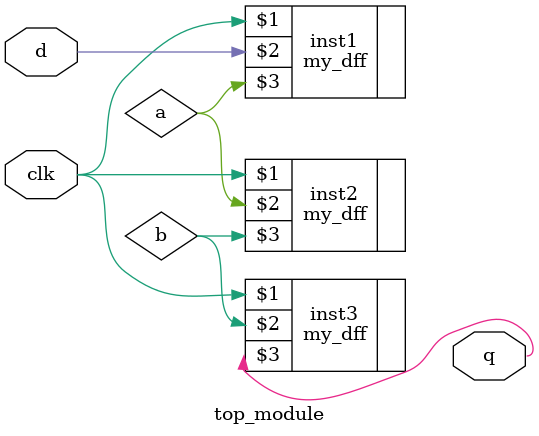
<source format=v>
module top_module ( input clk, input d, output q );

    wire a, b;
    my_dff inst1 (clk, d, a );
    my_dff inst2 (clk, a, b );
    my_dff inst3 (clk, b, q );
    
endmodule

</source>
